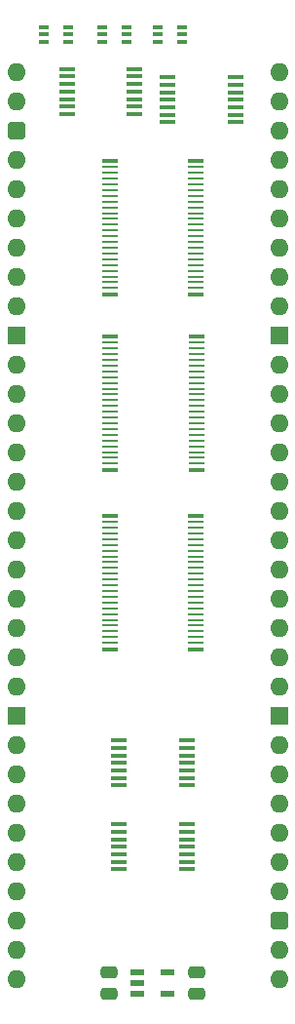
<source format=gts>
%TF.GenerationSoftware,KiCad,Pcbnew,8.0.4*%
%TF.CreationDate,2024-08-19T19:30:56+02:00*%
%TF.ProjectId,HCP65 Device Interrupts Wide,48435036-3520-4446-9576-69636520496e,rev?*%
%TF.SameCoordinates,PX525bfc0PY43d3480*%
%TF.FileFunction,Soldermask,Top*%
%TF.FilePolarity,Negative*%
%FSLAX46Y46*%
G04 Gerber Fmt 4.6, Leading zero omitted, Abs format (unit mm)*
G04 Created by KiCad (PCBNEW 8.0.4) date 2024-08-19 19:30:56*
%MOMM*%
%LPD*%
G01*
G04 APERTURE LIST*
G04 Aperture macros list*
%AMRoundRect*
0 Rectangle with rounded corners*
0 $1 Rounding radius*
0 $2 $3 $4 $5 $6 $7 $8 $9 X,Y pos of 4 corners*
0 Add a 4 corners polygon primitive as box body*
4,1,4,$2,$3,$4,$5,$6,$7,$8,$9,$2,$3,0*
0 Add four circle primitives for the rounded corners*
1,1,$1+$1,$2,$3*
1,1,$1+$1,$4,$5*
1,1,$1+$1,$6,$7*
1,1,$1+$1,$8,$9*
0 Add four rect primitives between the rounded corners*
20,1,$1+$1,$2,$3,$4,$5,0*
20,1,$1+$1,$4,$5,$6,$7,0*
20,1,$1+$1,$6,$7,$8,$9,0*
20,1,$1+$1,$8,$9,$2,$3,0*%
G04 Aperture macros list end*
%ADD10RoundRect,0.250000X0.475000X-0.250000X0.475000X0.250000X-0.475000X0.250000X-0.475000X-0.250000X0*%
%ADD11R,1.400000X0.400000*%
%ADD12R,1.400000X0.280000*%
%ADD13R,0.875000X0.450000*%
%ADD14R,1.150000X0.600000*%
%ADD15R,1.475000X0.450000*%
%ADD16O,1.600000X1.600000*%
%ADD17RoundRect,0.400000X-0.400000X-0.400000X0.400000X-0.400000X0.400000X0.400000X-0.400000X0.400000X0*%
%ADD18R,1.600000X1.600000*%
G04 APERTURE END LIST*
D10*
%TO.C,C10*%
X15651000Y-79989000D03*
X15651000Y-78089000D03*
%TD*%
D11*
%TO.C,IC10*%
X8121000Y-38453000D03*
D12*
X8121000Y-39013000D03*
X8121000Y-39513000D03*
X8121000Y-40013000D03*
X8121000Y-40513000D03*
X8121000Y-41013000D03*
X8121000Y-41513000D03*
X8121000Y-42013000D03*
X8121000Y-42513000D03*
X8121000Y-43013000D03*
X8121000Y-43513000D03*
X8121000Y-44013000D03*
X8121000Y-44513000D03*
X8121000Y-45013000D03*
X8121000Y-45513000D03*
X8121000Y-46013000D03*
X8121000Y-46513000D03*
X8121000Y-47013000D03*
X8121000Y-47513000D03*
X8121000Y-48013000D03*
X8121000Y-48513000D03*
X8121000Y-49013000D03*
X8121000Y-49513000D03*
D11*
X8121000Y-50073000D03*
X15621000Y-50073000D03*
D12*
X15621000Y-49513000D03*
X15621000Y-49013000D03*
X15621000Y-48513000D03*
X15621000Y-48013000D03*
X15621000Y-47513000D03*
X15621000Y-47013000D03*
X15621000Y-46513000D03*
X15621000Y-46013000D03*
X15621000Y-45513000D03*
X15621000Y-45013000D03*
X15621000Y-44513000D03*
X15621000Y-44013000D03*
X15621000Y-43513000D03*
X15621000Y-43013000D03*
X15621000Y-42513000D03*
X15621000Y-42013000D03*
X15621000Y-41513000D03*
X15621000Y-41013000D03*
X15621000Y-40513000D03*
X15621000Y-40013000D03*
X15621000Y-39513000D03*
X15621000Y-39013000D03*
D11*
X15621000Y-38453000D03*
%TD*%
D13*
%TO.C,IC8*%
X14397000Y2652000D03*
X14397000Y3302000D03*
X14397000Y3952000D03*
X12273000Y3952000D03*
X12273000Y3302000D03*
X12273000Y2652000D03*
%TD*%
D14*
%TO.C,IC11*%
X10541000Y-78105000D03*
X10541000Y-79055000D03*
X10541000Y-80005000D03*
X13141000Y-80005000D03*
X13141000Y-78105000D03*
%TD*%
D15*
%TO.C,IC5*%
X8933000Y-65283249D03*
X8933000Y-65933249D03*
X8933000Y-66583249D03*
X8933000Y-67233249D03*
X8933000Y-67883249D03*
X8933000Y-68533249D03*
X8933000Y-69183249D03*
X14809000Y-69183249D03*
X14809000Y-68533249D03*
X14809000Y-67883249D03*
X14809000Y-67233249D03*
X14809000Y-66583249D03*
X14809000Y-65933249D03*
X14809000Y-65283249D03*
%TD*%
%TO.C,IC2*%
X4428000Y299000D03*
X4428000Y-351000D03*
X4428000Y-1001000D03*
X4428000Y-1651000D03*
X4428000Y-2301000D03*
X4428000Y-2951000D03*
X4428000Y-3601000D03*
X10304000Y-3601000D03*
X10304000Y-2951000D03*
X10304000Y-2301000D03*
X10304000Y-1651000D03*
X10304000Y-1001000D03*
X10304000Y-351000D03*
X10304000Y299000D03*
%TD*%
D11*
%TO.C,IC1*%
X8121000Y-7652000D03*
D12*
X8121000Y-8212000D03*
X8121000Y-8712000D03*
X8121000Y-9212000D03*
X8121000Y-9712000D03*
X8121000Y-10212000D03*
X8121000Y-10712000D03*
X8121000Y-11212000D03*
X8121000Y-11712000D03*
X8121000Y-12212000D03*
X8121000Y-12712000D03*
X8121000Y-13212000D03*
X8121000Y-13712000D03*
X8121000Y-14212000D03*
X8121000Y-14712000D03*
X8121000Y-15212000D03*
X8121000Y-15712000D03*
X8121000Y-16212000D03*
X8121000Y-16712000D03*
X8121000Y-17212000D03*
X8121000Y-17712000D03*
X8121000Y-18212000D03*
X8121000Y-18712000D03*
D11*
X8121000Y-19272000D03*
X15621000Y-19272000D03*
D12*
X15621000Y-18712000D03*
X15621000Y-18212000D03*
X15621000Y-17712000D03*
X15621000Y-17212000D03*
X15621000Y-16712000D03*
X15621000Y-16212000D03*
X15621000Y-15712000D03*
X15621000Y-15212000D03*
X15621000Y-14712000D03*
X15621000Y-14212000D03*
X15621000Y-13712000D03*
X15621000Y-13212000D03*
X15621000Y-12712000D03*
X15621000Y-12212000D03*
X15621000Y-11712000D03*
X15621000Y-11212000D03*
X15621000Y-10712000D03*
X15621000Y-10212000D03*
X15621000Y-9712000D03*
X15621000Y-9212000D03*
X15621000Y-8712000D03*
X15621000Y-8212000D03*
D11*
X15621000Y-7652000D03*
%TD*%
D13*
%TO.C,IC7*%
X2367000Y3952000D03*
X2367000Y3302000D03*
X2367000Y2652000D03*
X4491000Y2652000D03*
X4491000Y3302000D03*
X4491000Y3952000D03*
%TD*%
D15*
%TO.C,IC6*%
X13191000Y-418000D03*
X13191000Y-1068000D03*
X13191000Y-1718000D03*
X13191000Y-2368000D03*
X13191000Y-3018000D03*
X13191000Y-3668000D03*
X13191000Y-4318000D03*
X19067000Y-4318000D03*
X19067000Y-3668000D03*
X19067000Y-3018000D03*
X19067000Y-2368000D03*
X19067000Y-1718000D03*
X19067000Y-1068000D03*
X19067000Y-418000D03*
%TD*%
D10*
%TO.C,C9*%
X8031000Y-79989000D03*
X8031000Y-78089000D03*
%TD*%
D15*
%TO.C,IC3*%
X8933000Y-57994000D03*
X8933000Y-58644000D03*
X8933000Y-59294000D03*
X8933000Y-59944000D03*
X8933000Y-60594000D03*
X8933000Y-61244000D03*
X8933000Y-61894000D03*
X14809000Y-61894000D03*
X14809000Y-61244000D03*
X14809000Y-60594000D03*
X14809000Y-59944000D03*
X14809000Y-59294000D03*
X14809000Y-58644000D03*
X14809000Y-57994000D03*
%TD*%
D11*
%TO.C,IC4*%
X8188000Y-22892000D03*
D12*
X8188000Y-23452000D03*
X8188000Y-23952000D03*
X8188000Y-24452000D03*
X8188000Y-24952000D03*
X8188000Y-25452000D03*
X8188000Y-25952000D03*
X8188000Y-26452000D03*
X8188000Y-26952000D03*
X8188000Y-27452000D03*
X8188000Y-27952000D03*
X8188000Y-28452000D03*
X8188000Y-28952000D03*
X8188000Y-29452000D03*
X8188000Y-29952000D03*
X8188000Y-30452000D03*
X8188000Y-30952000D03*
X8188000Y-31452000D03*
X8188000Y-31952000D03*
X8188000Y-32452000D03*
X8188000Y-32952000D03*
X8188000Y-33452000D03*
X8188000Y-33952000D03*
D11*
X8188000Y-34512000D03*
X15688000Y-34512000D03*
D12*
X15688000Y-33952000D03*
X15688000Y-33452000D03*
X15688000Y-32952000D03*
X15688000Y-32452000D03*
X15688000Y-31952000D03*
X15688000Y-31452000D03*
X15688000Y-30952000D03*
X15688000Y-30452000D03*
X15688000Y-29952000D03*
X15688000Y-29452000D03*
X15688000Y-28952000D03*
X15688000Y-28452000D03*
X15688000Y-27952000D03*
X15688000Y-27452000D03*
X15688000Y-26952000D03*
X15688000Y-26452000D03*
X15688000Y-25952000D03*
X15688000Y-25452000D03*
X15688000Y-24952000D03*
X15688000Y-24452000D03*
X15688000Y-23952000D03*
X15688000Y-23452000D03*
D11*
X15688000Y-22892000D03*
%TD*%
D13*
%TO.C,IC9*%
X9571000Y2652000D03*
X9571000Y3302000D03*
X9571000Y3952000D03*
X7447000Y3952000D03*
X7447000Y3302000D03*
X7447000Y2652000D03*
%TD*%
D16*
%TO.C,J2*%
X0Y0D03*
X0Y-2540000D03*
D17*
X0Y-5080000D03*
D16*
X0Y-7620000D03*
X0Y-10160000D03*
X0Y-12700000D03*
X0Y-15240000D03*
X0Y-17780000D03*
X0Y-20320000D03*
D18*
X0Y-22860000D03*
D16*
X0Y-25400000D03*
X0Y-27940000D03*
X0Y-30480000D03*
X0Y-33020000D03*
X0Y-35560000D03*
X0Y-38100000D03*
X0Y-40640000D03*
X0Y-43180000D03*
X0Y-45720000D03*
X0Y-48260000D03*
X0Y-50800000D03*
X0Y-53340000D03*
D18*
X0Y-55880000D03*
D16*
X0Y-58420000D03*
X0Y-60960000D03*
X0Y-63500000D03*
X0Y-66040000D03*
X0Y-68580000D03*
X0Y-71120000D03*
X0Y-73660000D03*
X0Y-76200000D03*
X0Y-78740000D03*
X22860000Y-78740000D03*
X22860000Y-76200000D03*
D17*
X22860000Y-73660000D03*
D16*
X22860000Y-71120000D03*
X22860000Y-68580000D03*
X22860000Y-66040000D03*
X22860000Y-63500000D03*
X22860000Y-60960000D03*
X22860000Y-58420000D03*
D18*
X22860000Y-55880000D03*
D16*
X22860000Y-53340000D03*
X22860000Y-50800000D03*
X22860000Y-48260000D03*
X22860000Y-45720000D03*
X22860000Y-43180000D03*
X22860000Y-40640000D03*
X22860000Y-38100000D03*
X22860000Y-35560000D03*
X22860000Y-33020000D03*
X22860000Y-30480000D03*
X22860000Y-27940000D03*
X22860000Y-25400000D03*
D18*
X22860000Y-22860000D03*
D16*
X22860000Y-20320000D03*
X22860000Y-17780000D03*
X22860000Y-15240000D03*
X22860000Y-12700000D03*
X22860000Y-10160000D03*
X22860000Y-7620000D03*
X22860000Y-5080000D03*
X22860000Y-2540000D03*
X22860000Y0D03*
%TD*%
M02*

</source>
